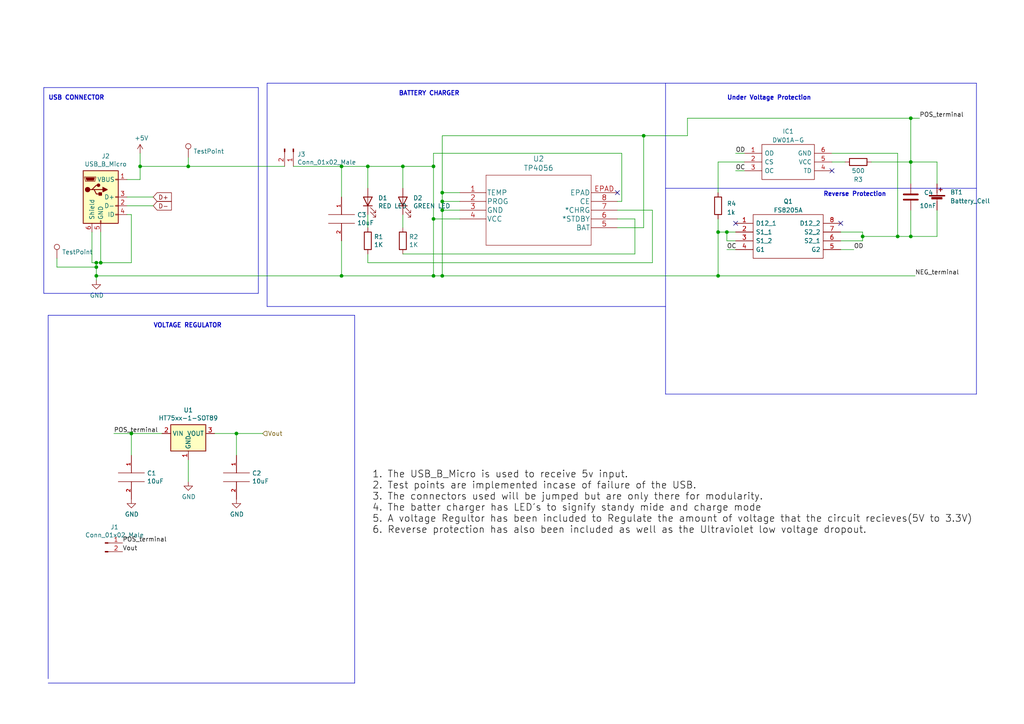
<source format=kicad_sch>
(kicad_sch (version 20230121) (generator eeschema)
  (paper "A4")
  (title_block (title "POWER MANAGEMENT SUBMODULE") (date "2023-03-12") (company "UNIVERSITY OF CAPETOWN") (comment 1 "LETSOLO LEOMA"))
  (lib_symbols
    (symbol "Connector:TestPoint" (pin_numbers hide) (pin_names (offset 0.762) hide)
      (property "Reference" "TP" (at 0 6.858 0))
      (property "Value" "TestPoint" (at 0 5.08 0))
      (symbol "TestPoint_0_1"
        (circle (center 0 3.302) (radius 0.762))
      )
      (symbol "TestPoint_1_1"
        (pin passive line (at 0 0 90) (length 2.54) (name "1") (number "1"))
      )
    )
    (symbol "Connector:USB_B_Micro" (pin_names (offset 1.016))
      (property "Reference" "J" (at -5.08 11.43 0))
      (property "Value" "USB_B_Micro" (at -5.08 8.89 0))
      (symbol "USB_B_Micro_0_1"
        (rectangle (start -5.08 -7.62) (end 5.08 7.62) (stroke (width 0.254)) (fill (type background)))
        (circle (center -3.81 2.159) (radius 0.635) (stroke (width 0.254)) (fill (type outline)))
        (circle (center -0.635 3.429) (radius 0.381) (stroke (width 0.254)) (fill (type outline)))
        (rectangle (start -0.127 -7.62) (end 0.127 -6.858))
        (polyline (pts (xy -1.905 2.159) (xy 0.635 2.159)) (stroke (width 0.254)))
        (polyline (pts (xy -3.175 2.159) (xy -2.54 2.159) (xy -1.27 3.429) (xy -0.635 3.429)) (stroke (width 0.254)))
        (polyline (pts (xy -2.54 2.159) (xy -1.905 2.159) (xy -1.27 0.889) (xy 0 0.889)) (stroke (width 0.254)))
        (polyline (pts (xy 0.635 2.794) (xy 0.635 1.524) (xy 1.905 2.159) (xy 0.635 2.794)) (stroke (width 0.254)) (fill (type outline)))
        (polyline (pts (xy -4.318 5.588) (xy -1.778 5.588) (xy -2.032 4.826) (xy -4.064 4.826) (xy -4.318 5.588)) (fill (type outline)))
        (polyline (pts (xy -4.699 5.842) (xy -4.699 5.588) (xy -4.445 4.826) (xy -4.445 4.572) (xy -1.651 4.572) (xy -1.651 4.826) (xy -1.397 5.588) (xy -1.397 5.842) (xy -4.699 5.842)))
        (rectangle (start 0.254 1.27) (end -0.508 0.508) (stroke (width 0.254)) (fill (type outline)))
        (rectangle (start 5.08 -5.207) (end 4.318 -4.953))
        (rectangle (start 5.08 -2.667) (end 4.318 -2.413))
        (rectangle (start 5.08 -0.127) (end 4.318 0.127))
        (rectangle (start 5.08 4.953) (end 4.318 5.207))
      )
      (symbol "USB_B_Micro_1_1"
        (pin power_out line (at 7.62 5.08 180) (length 2.54) (name "VBUS") (number "1"))
        (pin bidirectional line (at 7.62 -2.54 180) (length 2.54) (name "D-") (number "2"))
        (pin bidirectional line (at 7.62 0 180) (length 2.54) (name "D+") (number "3"))
        (pin passive line (at 7.62 -5.08 180) (length 2.54) (name "ID") (number "4"))
        (pin power_out line (at 0 -10.16 90) (length 2.54) (name "GND") (number "5"))
        (pin passive line (at -2.54 -10.16 90) (length 2.54) (name "Shield") (number "6"))
      )
    )
    (symbol "DW01A-G:DW01A-G" (pin_names (offset 0.762))
      (property "Reference" "IC" (at 21.59 7.62 0))
      (property "Value" "DW01A-G" (at 21.59 5.08 0))
      (symbol "DW01A-G_0_0"
        (pin passive line (at 0 0 0) (length 5.08) (name "OD") (number "1"))
        (pin passive line (at 0 -2.54 0) (length 5.08) (name "CS") (number "2"))
        (pin passive line (at 0 -5.08 0) (length 5.08) (name "OC") (number "3"))
        (pin passive line (at 25.4 -5.08 180) (length 5.08) (name "TD") (number "4"))
        (pin passive line (at 25.4 -2.54 180) (length 5.08) (name "VCC") (number "5"))
        (pin passive line (at 25.4 0 180) (length 5.08) (name "GND") (number "6"))
      )
      (symbol "DW01A-G_0_1"
        (polyline (pts (xy 5.08 2.54) (xy 20.32 2.54) (xy 20.32 -7.62) (xy 5.08 -7.62) (xy 5.08 2.54)) (stroke (width 0.1524)))
      )
    )
    (symbol "Device:Battery_Cell" (pin_numbers hide) (pin_names (offset 0) hide)
      (property "Reference" "BT" (at 2.54 2.54 0))
      (property "Value" "Battery_Cell" (at 2.54 0 0))
      (symbol "Battery_Cell_0_1"
        (rectangle (start -2.286 1.778) (end 2.286 1.524) (fill (type outline)))
        (rectangle (start -1.5748 1.1938) (end 1.4732 0.6858) (fill (type outline)))
        (polyline (pts (xy 0 0.762) (xy 0 0)))
        (polyline (pts (xy 0 1.778) (xy 0 2.54)))
        (polyline (pts (xy 0.508 3.429) (xy 1.524 3.429)) (stroke (width 0.254)))
        (polyline (pts (xy 1.016 3.937) (xy 1.016 2.921)) (stroke (width 0.254)))
      )
      (symbol "Battery_Cell_1_1"
        (pin passive line (at 0 5.08 270) (length 2.54) (name "+") (number "1"))
        (pin passive line (at 0 -2.54 90) (length 2.54) (name "-") (number "2"))
      )
    )
    (symbol "Device:C" (pin_numbers hide) (pin_names (offset 0.254))
      (property "Reference" "C" (at 0.635 2.54 0))
      (property "Value" "C" (at 0.635 -2.54 0))
      (symbol "C_0_1"
        (polyline (pts (xy -2.032 -0.762) (xy 2.032 -0.762)) (stroke (width 0.508)))
        (polyline (pts (xy -2.032 0.762) (xy 2.032 0.762)) (stroke (width 0.508)))
      )
      (symbol "C_1_1"
        (pin passive line (at 0 3.81 270) (length 2.794) (name "~") (number "1"))
        (pin passive line (at 0 -3.81 90) (length 2.794) (name "~") (number "2"))
      )
    )
    (symbol "Device:LED" (pin_numbers hide) (pin_names (offset 1.016) hide)
      (property "Reference" "D" (at 0 2.54 0))
      (property "Value" "LED" (at 0 -2.54 0))
      (symbol "LED_0_1"
        (polyline (pts (xy -1.27 -1.27) (xy -1.27 1.27)) (stroke (width 0.254)))
        (polyline (pts (xy -1.27 0) (xy 1.27 0)))
        (polyline (pts (xy 1.27 -1.27) (xy 1.27 1.27) (xy -1.27 0) (xy 1.27 -1.27)) (stroke (width 0.254)))
        (polyline (pts (xy -3.048 -0.762) (xy -4.572 -2.286) (xy -3.81 -2.286) (xy -4.572 -2.286) (xy -4.572 -1.524)))
        (polyline (pts (xy -1.778 -0.762) (xy -3.302 -2.286) (xy -2.54 -2.286) (xy -3.302 -2.286) (xy -3.302 -1.524)))
      )
      (symbol "LED_1_1"
        (pin passive line (at -3.81 0 0) (length 2.54) (name "K") (number "1"))
        (pin passive line (at 3.81 0 180) (length 2.54) (name "A") (number "2"))
      )
    )
    (symbol "Device:R" (pin_numbers hide) (pin_names (offset 0))
      (property "Reference" "R" (at 2.032 0 90))
      (property "Value" "R" (at 0 0 90))
      (symbol "R_0_1"
        (rectangle (start -1.016 -2.54) (end 1.016 2.54) (stroke (width 0.254)))
      )
      (symbol "R_1_1"
        (pin passive line (at 0 3.81 270) (length 1.27) (name "~") (number "1"))
        (pin passive line (at 0 -3.81 90) (length 1.27) (name "~") (number "2"))
      )
    )
    (symbol "FS8205A:FS8205A" (pin_names (offset 0.762))
      (property "Reference" "Q" (at 26.67 7.62 0))
      (property "Value" "FS8205A" (at 26.67 5.08 0))
      (symbol "FS8205A_0_0"
        (pin passive line (at 0 0 0) (length 5.08) (name "D12_1") (number "1"))
        (pin passive line (at 0 -2.54 0) (length 5.08) (name "S1_1") (number "2"))
        (pin passive line (at 0 -5.08 0) (length 5.08) (name "S1_2") (number "3"))
        (pin passive line (at 0 -7.62 0) (length 5.08) (name "G1") (number "4"))
        (pin passive line (at 30.48 -7.62 180) (length 5.08) (name "G2") (number "5"))
        (pin passive line (at 30.48 -5.08 180) (length 5.08) (name "S2_1") (number "6"))
        (pin passive line (at 30.48 -2.54 180) (length 5.08) (name "S2_2") (number "7"))
        (pin passive line (at 30.48 0 180) (length 5.08) (name "D12_2") (number "8"))
      )
      (symbol "FS8205A_0_1"
        (polyline (pts (xy 5.08 2.54) (xy 25.4 2.54) (xy 25.4 -10.16) (xy 5.08 -10.16) (xy 5.08 2.54)) (stroke (width 0.1524)))
      )
    )
    (symbol "Regulator_Linear:HT75xx-1-SOT89"
      (property "Reference" "U" (at -5.08 -3.81 0))
      (property "Value" "HT75xx-1-SOT89" (at 0 6.35 0))
      (symbol "HT75xx-1-SOT89_0_1"
        (rectangle (start -5.08 5.08) (end 5.08 -2.54) (stroke (width 0.254)) (fill (type background)))
      )
      (symbol "HT75xx-1-SOT89_1_1"
        (pin power_in line (at 0 -5.08 90) (length 2.54) (name "GND") (number "1"))
        (pin power_in line (at -7.62 2.54 0) (length 2.54) (name "VIN") (number "2"))
        (pin power_out line (at 7.62 2.54 180) (length 2.54) (name "VOUT") (number "3"))
      )
    )
    (symbol "SCHEMATICS-rescue:C-pspice" (pin_names (offset 0.254))
      (property "Reference" "C" (at 2.54 3.81 90))
      (property "Value" "pspice_C" (at 2.54 -3.81 90))
      (symbol "C-pspice_0_1"
        (polyline (pts (xy -3.81 -1.27) (xy 3.81 -1.27)))
        (polyline (pts (xy -3.81 1.27) (xy 3.81 1.27)))
      )
      (symbol "C-pspice_1_1"
        (pin passive line (at 0 6.35 270) (length 5.08) (name "~") (number "1"))
        (pin passive line (at 0 -6.35 90) (length 5.08) (name "~") (number "2"))
      )
    )
    (symbol "SCHEMATICS-rescue:Conn_01x02_Male-Connector" (pin_names (offset 1.016) hide)
      (property "Reference" "J" (at 0 2.54 0))
      (property "Value" "Connector_Conn_01x02_Male" (at 0 -5.08 0))
      (symbol "Conn_01x02_Male-Connector_1_1"
        (polyline (pts (xy 1.27 -2.54) (xy 0.8636 -2.54)) (stroke (width 0.1524)))
        (polyline (pts (xy 1.27 0) (xy 0.8636 0)) (stroke (width 0.1524)))
        (rectangle (start 0.8636 -2.413) (end 0 -2.667) (stroke (width 0.1524)) (fill (type outline)))
        (rectangle (start 0.8636 0.127) (end 0 -0.127) (stroke (width 0.1524)) (fill (type outline)))
        (pin passive line (at 5.08 0 180) (length 3.81) (name "Pin_1") (number "1"))
        (pin passive line (at 5.08 -2.54 180) (length 3.81) (name "Pin_2") (number "2"))
      )
    )
    (symbol "SCHEMATICS-rescue:TP4056-2023-03-05_22-06-30" (pin_names (offset 0.254))
      (property "Reference" "U" (at 22.86 10.16 0))
      (property "Value" "TP4056-2023-03-05_22-06-30" (at 22.86 7.62 0))
      (symbol "TP4056-2023-03-05_22-06-30_1_1"
        (polyline (pts (xy 7.62 -15.24) (xy 38.1 -15.24)) (stroke (width 0.127)))
        (polyline (pts (xy 7.62 5.08) (xy 7.62 -15.24)) (stroke (width 0.127)))
        (polyline (pts (xy 38.1 -15.24) (xy 38.1 5.08)) (stroke (width 0.127)))
        (polyline (pts (xy 38.1 5.08) (xy 7.62 5.08)) (stroke (width 0.127)))
        (pin input line (at 0 0 0) (length 7.62) (name "TEMP") (number "1"))
        (pin unspecified line (at 0 -2.54 0) (length 7.62) (name "PROG") (number "2"))
        (pin power_in line (at 0 -5.08 0) (length 7.62) (name "GND") (number "3"))
        (pin power_in line (at 0 -7.62 0) (length 7.62) (name "VCC") (number "4"))
        (pin power_in line (at 45.72 -10.16 180) (length 7.62) (name "BAT") (number "5"))
        (pin unspecified line (at 45.72 -7.62 180) (length 7.62) (name "*STDBY") (number "6"))
        (pin unspecified line (at 45.72 -5.08 180) (length 7.62) (name "*CHRG") (number "7"))
        (pin input line (at 45.72 -2.54 180) (length 7.62) (name "CE") (number "8"))
        (pin unspecified line (at 45.72 0 180) (length 7.62) (name "EPAD") (number "EPAD"))
      )
    )
    (symbol "power:+5V" (power) (pin_names (offset 0))
      (property "Value" "+5V" (at 0 3.556 0))
      (symbol "+5V_0_1"
        (polyline (pts (xy -0.762 1.27) (xy 0 2.54)))
        (polyline (pts (xy 0 0) (xy 0 2.54)))
        (polyline (pts (xy 0 2.54) (xy 0.762 1.27)))
      )
      (symbol "+5V_1_1"
        (pin power_in line (at 0 0 90) (length 0) hide (name "+5V") (number "1"))
      )
    )
    (symbol "power:GND" (power) (pin_names (offset 0))
      (property "Value" "GND" (at 0 -3.81 0))
      (symbol "GND_0_1"
        (polyline (pts (xy 0 0) (xy 0 -1.27) (xy 1.27 -1.27) (xy 0 -2.54) (xy -1.27 -1.27) (xy 0 -1.27)))
      )
      (symbol "GND_1_1"
        (pin power_in line (at 0 0 270) (length 0) hide (name "GND") (number "1"))
      )
    )
  )
  (junction (at 27.94 77.47))
  (junction (at 99.06 80.01))
  (junction (at 186.69 39.37))
  (junction (at 27.94 80.01))
  (junction (at 128.27 58.42))
  (junction (at 29.21 76.2))
  (junction (at 208.28 67.31))
  (junction (at 68.58 125.73))
  (junction (at 40.64 48.26))
  (junction (at 260.35 68.58))
  (junction (at 106.68 48.26))
  (junction (at 125.73 48.26))
  (junction (at 210.82 67.31))
  (junction (at 208.28 80.01))
  (junction (at 128.27 80.01))
  (junction (at 99.06 48.26))
  (junction (at 125.73 63.5))
  (junction (at 264.16 34.29))
  (junction (at 116.84 48.26))
  (junction (at 264.16 46.99))
  (junction (at 250.19 68.58))
  (junction (at 54.61 48.26))
  (junction (at 27.94 76.2))
  (junction (at 128.27 60.96))
  (junction (at 125.73 80.01))
  (junction (at 128.27 55.88))
  (junction (at 38.1 125.73))
  (junction (at 264.16 68.58))
  (no_connect (at 213.36 64.77))
  (no_connect (at 243.84 64.77))
  (no_connect (at 241.3 49.53))
  (no_connect (at 179.07 55.88))
  (wire (pts (xy 38.1 62.23) (xy 38.1 76.2)))
  (wire (pts (xy 36.83 57.15) (xy 44.45 57.15)))
  (wire (pts (xy 264.16 34.29) (xy 266.7 34.29)))
  (wire (pts (xy 26.67 67.31) (xy 26.67 76.2)))
  (wire (pts (xy 210.82 69.85) (xy 210.82 67.31)))
  (wire (pts (xy 243.84 69.85) (xy 250.19 69.85)))
  (wire (pts (xy 243.84 67.31) (xy 250.19 67.31)))
  (wire (pts (xy 250.19 68.58) (xy 260.35 68.58)))
  (wire (pts (xy 54.61 48.26) (xy 54.61 45.72)))
  (wire (pts (xy 241.3 46.99) (xy 245.11 46.99)))
  (wire (pts (xy 186.69 39.37) (xy 199.39 39.37)))
  (polyline (pts (xy 102.87 198.12) (xy 13.97 198.12)))
  (wire (pts (xy 36.83 59.69) (xy 44.45 59.69)))
  (wire (pts (xy 99.06 69.85) (xy 99.06 80.01)))
  (wire (pts (xy 213.36 49.53) (xy 215.9 49.53)))
  (wire (pts (xy 133.35 58.42) (xy 128.27 58.42)))
  (wire (pts (xy 208.28 46.99) (xy 208.28 55.88)))
  (wire (pts (xy 250.19 67.31) (xy 250.19 68.58)))
  (wire (pts (xy 199.39 39.37) (xy 199.39 34.29)))
  (wire (pts (xy 106.68 54.61) (xy 106.68 48.26)))
  (wire (pts (xy 99.06 80.01) (xy 125.73 80.01)))
  (polyline (pts (xy 283.21 114.3) (xy 283.21 24.13)))
  (wire (pts (xy 27.94 81.28) (xy 27.94 80.01)))
  (wire (pts (xy 85.09 48.26) (xy 99.06 48.26)))
  (wire (pts (xy 106.68 48.26) (xy 116.84 48.26)))
  (wire (pts (xy 271.78 46.99) (xy 271.78 53.34)))
  (wire (pts (xy 208.28 67.31) (xy 210.82 67.31)))
  (polyline (pts (xy 77.47 88.9) (xy 193.04 88.9)))
  (wire (pts (xy 116.84 66.04) (xy 116.84 62.23)))
  (wire (pts (xy 208.28 63.5) (xy 208.28 67.31)))
  (wire (pts (xy 125.73 80.01) (xy 128.27 80.01)))
  (wire (pts (xy 116.84 73.66) (xy 184.15 73.66)))
  (wire (pts (xy 128.27 55.88) (xy 128.27 58.42)))
  (wire (pts (xy 264.16 60.96) (xy 264.16 68.58)))
  (wire (pts (xy 27.94 76.2) (xy 29.21 76.2)))
  (wire (pts (xy 54.61 48.26) (xy 82.55 48.26)))
  (wire (pts (xy 26.67 76.2) (xy 27.94 76.2)))
  (wire (pts (xy 29.21 76.2) (xy 29.21 67.31)))
  (polyline (pts (xy 193.04 24.13) (xy 77.47 24.13)))
  (wire (pts (xy 40.64 44.45) (xy 40.64 48.26)))
  (wire (pts (xy 213.36 67.31) (xy 210.82 67.31)))
  (polyline (pts (xy 193.04 54.61) (xy 283.21 54.61)))
  (wire (pts (xy 260.35 68.58) (xy 260.35 44.45)))
  (wire (pts (xy 27.94 80.01) (xy 99.06 80.01)))
  (wire (pts (xy 106.68 48.26) (xy 99.06 48.26)))
  (polyline (pts (xy 74.93 85.09) (xy 12.7 85.09)))
  (polyline (pts (xy 13.97 91.44) (xy 102.87 91.44)))
  (wire (pts (xy 252.73 46.99) (xy 264.16 46.99)))
  (wire (pts (xy 38.1 125.73) (xy 46.99 125.73)))
  (wire (pts (xy 264.16 34.29) (xy 264.16 46.99)))
  (wire (pts (xy 260.35 44.45) (xy 241.3 44.45)))
  (wire (pts (xy 125.73 48.26) (xy 116.84 48.26)))
  (wire (pts (xy 133.35 60.96) (xy 128.27 60.96)))
  (wire (pts (xy 40.64 48.26) (xy 54.61 48.26)))
  (polyline (pts (xy 193.04 114.3) (xy 283.21 114.3)))
  (polyline (pts (xy 102.87 91.44) (xy 102.87 198.12)))
  (wire (pts (xy 36.83 62.23) (xy 38.1 62.23)))
  (wire (pts (xy 38.1 76.2) (xy 29.21 76.2)))
  (wire (pts (xy 250.19 68.58) (xy 250.19 69.85)))
  (wire (pts (xy 189.23 60.96) (xy 179.07 60.96)))
  (wire (pts (xy 54.61 133.35) (xy 54.61 139.7)))
  (wire (pts (xy 264.16 46.99) (xy 271.78 46.99)))
  (wire (pts (xy 199.39 34.29) (xy 264.16 34.29)))
  (wire (pts (xy 184.15 63.5) (xy 179.07 63.5)))
  (wire (pts (xy 180.34 44.45) (xy 125.73 44.45)))
  (wire (pts (xy 106.68 76.2) (xy 189.23 76.2)))
  (wire (pts (xy 128.27 39.37) (xy 186.69 39.37)))
  (wire (pts (xy 215.9 46.99) (xy 208.28 46.99)))
  (wire (pts (xy 128.27 60.96) (xy 128.27 80.01)))
  (wire (pts (xy 38.1 125.73) (xy 38.1 132.08)))
  (wire (pts (xy 27.94 77.47) (xy 16.51 77.47)))
  (wire (pts (xy 213.36 69.85) (xy 210.82 69.85)))
  (wire (pts (xy 186.69 66.04) (xy 186.69 39.37)))
  (wire (pts (xy 68.58 125.73) (xy 62.23 125.73)))
  (polyline (pts (xy 77.47 24.13) (xy 77.47 88.9)))
  (wire (pts (xy 125.73 48.26) (xy 125.73 63.5)))
  (polyline (pts (xy 74.93 25.4) (xy 12.7 25.4)))
  (polyline (pts (xy 13.97 196.85) (xy 13.97 91.44)))
  (wire (pts (xy 271.78 60.96) (xy 271.78 68.58)))
  (wire (pts (xy 179.07 58.42) (xy 180.34 58.42)))
  (wire (pts (xy 128.27 55.88) (xy 128.27 39.37)))
  (wire (pts (xy 40.64 48.26) (xy 40.64 52.07)))
  (polyline (pts (xy 12.7 25.4) (xy 12.7 85.09)))
  (wire (pts (xy 180.34 58.42) (xy 180.34 44.45)))
  (wire (pts (xy 264.16 46.99) (xy 264.16 53.34)))
  (wire (pts (xy 106.68 66.04) (xy 106.68 62.23)))
  (wire (pts (xy 128.27 80.01) (xy 208.28 80.01)))
  (wire (pts (xy 16.51 77.47) (xy 16.51 74.93)))
  (wire (pts (xy 116.84 48.26) (xy 116.84 54.61)))
  (wire (pts (xy 125.73 63.5) (xy 125.73 80.01)))
  (polyline (pts (xy 283.21 24.13) (xy 193.04 24.13)))
  (wire (pts (xy 179.07 66.04) (xy 186.69 66.04)))
  (wire (pts (xy 68.58 125.73) (xy 68.58 132.08)))
  (wire (pts (xy 133.35 55.88) (xy 128.27 55.88)))
  (wire (pts (xy 106.68 73.66) (xy 106.68 76.2)))
  (wire (pts (xy 189.23 76.2) (xy 189.23 60.96)))
  (wire (pts (xy 243.84 72.39) (xy 247.65 72.39)))
  (wire (pts (xy 208.28 80.01) (xy 265.43 80.01)))
  (polyline (pts (xy 193.04 114.3) (xy 193.04 24.13)))
  (wire (pts (xy 99.06 48.26) (xy 99.06 57.15)))
  (wire (pts (xy 210.82 72.39) (xy 213.36 72.39)))
  (wire (pts (xy 125.73 44.45) (xy 125.73 48.26)))
  (wire (pts (xy 33.02 125.73) (xy 38.1 125.73)))
  (wire (pts (xy 128.27 58.42) (xy 128.27 60.96)))
  (wire (pts (xy 27.94 77.47) (xy 27.94 80.01)))
  (wire (pts (xy 68.58 125.73) (xy 76.2 125.73)))
  (wire (pts (xy 208.28 67.31) (xy 208.28 80.01)))
  (wire (pts (xy 133.35 63.5) (xy 125.73 63.5)))
  (wire (pts (xy 260.35 68.58) (xy 264.16 68.58)))
  (wire (pts (xy 213.36 44.45) (xy 215.9 44.45)))
  (wire (pts (xy 36.83 52.07) (xy 40.64 52.07)))
  (wire (pts (xy 184.15 73.66) (xy 184.15 63.5)))
  (polyline (pts (xy 74.93 25.4) (xy 74.93 85.09)))
  (wire (pts (xy 264.16 68.58) (xy 271.78 68.58)))
  (wire (pts (xy 27.94 76.2) (xy 27.94 77.47)))
  (text "USB CONNECTOR\n" (at 13.97 29.21 0) (effects (font (size 1.27 1.27) (thickness 0.254) bold) (justify left bottom)))
  (text "Reverse Protection\n" (at 238.76 57.15 0) (effects (font (size 1.27 1.27) (thickness 0.254) bold) (justify left bottom)))
  (text "BATTERY CHARGER\n" (at 133.35 27.94 0) (effects (font (size 1.27 1.27) (thickness 0.254) bold) (justify right bottom)))
  (text "VOLTAGE REGULATOR\n" (at 44.45 95.25 0) (effects (font (size 1.27 1.27) (thickness 0.254) bold) (justify left bottom)))
  (text "Under Voltage Protection" (at 210.82 29.21 0) (effects (font (size 1.27 1.27) (thickness 0.254) bold) (justify left bottom)))
  (text "1. The USB_B_Micro is used to receive 5v input.\n2. Test points are implemented incase of failure of the USB.\n3. The connectors used will be jumped but are only there for modularity.\n4. The batter charger has LED's to signify standy mide and charge mode\n5. A voltage Regultor has been included to Regulate the amount of voltage that the circuit recieves(5V to 3.3V)\n6. Reverse protection has also been included as well as the Ultraviolet low voltage dropout.\n" (at 107.95 154.94 0) (effects (font (size 2 2)) (justify left bottom)))
  (label "OC" (at 210.82 72.39 0))
  (label "OD" (at 213.36 44.45 0))
  (label "POS_terminal" (at 266.7 34.29 0))
  (label "Vout" (at 35.56 160.02 0))
  (label "POS_terminal" (at 35.56 157.48 0))
  (label "OC" (at 213.36 49.53 0))
  (label "NEG_terminal" (at 265.43 80.01 0))
  (label "OD" (at 247.65 72.39 0))
  (label "POS_terminal" (at 33.02 125.73 0))
  (global_label "D+" (shape input) (at 44.45 57.15 0) (property "Intersheetrefs" "${INTERSHEET_REFS}" (effects hide)))
  (global_label "D-" (shape input) (at 44.45 59.69 0) (property "Intersheetrefs" "${INTERSHEET_REFS}" (effects hide)))
  (hierarchical_label "Vout" (shape input) (at 76.2 125.73 0))
  (symbol (lib_id "Regulator_Linear:HT75xx-1-SOT89") (at 54.61 128.27 0) (unit 1)
    (property "Reference" "U1" (at 54.61 118.9482 0))
    (property "Value" "HT75xx-1-SOT89" (at 54.61 121.2596 0))
    (property "Footprint" "Package_TO_SOT_SMD:SOT-89-3" (effects hide))
    (property "Datasheet" "https://www.holtek.com/documents/10179/116711/HT75xx-1v250.pdf" (effects hide))
  )
  (symbol (lib_id "power:GND") (at 54.61 139.7 0) (unit 1)
    (property "Reference" "#PWR02" (effects hide))
    (property "Value" "GND" (at 54.737 144.0942 0))
  )
  (symbol (lib_id "SCHEMATICS-rescue:Conn_01x02_Male-Connector") (at 30.48 157.48 0) (unit 1)
    (property "Reference" "J1" (at 33.2232 152.8826 0))
    (property "Value" "Conn_01x02_Male" (at 33.2232 155.194 0))
  )
  (symbol (lib_id "SCHEMATICS-rescue:C-pspice") (at 38.1 138.43 0) (unit 1)
    (property "Reference" "C1" (at 42.6212 137.2616 0) (effects (justify left)))
    (property "Value" "10uF" (at 42.6212 139.573 0) (effects (justify left)))
  )
  (symbol (lib_id "power:GND") (at 38.1 144.78 0) (unit 1)
    (property "Reference" "#PWR01" (effects hide))
    (property "Value" "GND" (at 38.227 149.1742 0))
  )
  (symbol (lib_id "SCHEMATICS-rescue:C-pspice") (at 68.58 138.43 0) (unit 1)
    (property "Reference" "C2" (at 73.1012 137.2616 0) (effects (justify left)))
    (property "Value" "10uF" (at 73.1012 139.573 0) (effects (justify left)))
  )
  (symbol (lib_id "power:GND") (at 68.58 144.78 0) (unit 1)
    (property "Reference" "#PWR03" (effects hide))
    (property "Value" "GND" (at 68.707 149.1742 0))
  )
  (symbol (lib_id "Connector:USB_B_Micro") (at 29.21 57.15 0) (unit 1)
    (property "Reference" "J2" (at 30.6578 45.2882 0))
    (property "Value" "USB_B_Micro" (at 30.6578 47.5996 0))
  )
  (symbol (lib_id "power:+5V") (at 40.64 44.45 0) (unit 1)
    (property "Reference" "#PWR06" (effects hide))
    (property "Value" "+5V" (at 41.021 40.0558 0))
  )
  (symbol (lib_id "power:GND") (at 27.94 81.28 0) (unit 1)
    (property "Reference" "#PWR05" (effects hide))
    (property "Value" "GND" (at 28.067 85.6742 0))
  )
  (symbol (lib_id "Connector:TestPoint") (at 54.61 45.72 0) (unit 1)
    (property "Reference" "TP1" (effects hide))
    (property "Value" "TestPoint" (at 56.0832 43.8912 0) (effects (justify left)))
  )
  (symbol (lib_id "Connector:TestPoint") (at 16.51 74.93 0) (unit 1)
    (property "Reference" "TP2" (effects hide))
    (property "Value" "TestPoint" (at 17.9832 73.1012 0) (effects (justify left)))
  )
  (symbol (lib_id "SCHEMATICS-rescue:Conn_01x02_Male-Connector") (at 85.09 43.18 270) (unit 1)
    (property "Reference" "J3" (at 86.2076 44.7548 90) (effects (justify left)))
    (property "Value" "Conn_01x02_Male" (at 86.2076 47.0662 90) (effects (justify left)))
  )
  (symbol (lib_id "SCHEMATICS-rescue:TP4056-2023-03-05_22-06-30") (at 133.35 55.88 0) (unit 1)
    (property "Reference" "U2" (at 156.21 46.0502 0) (effects (font (size 1.524 1.524))))
    (property "Value" "TP4056" (at 156.21 48.7426 0) (effects (font (size 1.524 1.524))))
    (property "Footprint" "SOP8-PP_TPW" (effects hide))
  )
  (symbol (lib_id "Device:LED") (at 106.68 58.42 90) (unit 1)
    (property "Reference" "D1" (at 109.6772 57.4294 90) (effects (justify right)))
    (property "Value" "RED LED" (at 109.6772 59.7408 90) (effects (justify right)))
  )
  (symbol (lib_id "Device:LED") (at 116.84 58.42 90) (unit 1)
    (property "Reference" "D2" (at 119.8372 57.4294 90) (effects (justify right)))
    (property "Value" "GREEN LED" (at 119.8372 59.7408 90) (effects (justify right)))
  )
  (symbol (lib_id "Device:R") (at 106.68 69.85 0) (unit 1)
    (property "Reference" "R1" (at 108.458 68.6816 0) (effects (justify left)))
    (property "Value" "1K" (at 108.458 70.993 0) (effects (justify left)))
  )
  (symbol (lib_id "Device:R") (at 116.84 69.85 0) (unit 1)
    (property "Reference" "R2" (at 118.618 68.6816 0) (effects (justify left)))
    (property "Value" "1K" (at 118.618 70.993 0) (effects (justify left)))
  )
  (symbol (lib_id "SCHEMATICS-rescue:C-pspice") (at 99.06 63.5 0) (unit 1)
    (property "Reference" "C3" (at 103.5812 62.3316 0) (effects (justify left)))
    (property "Value" "10uF" (at 103.5812 64.643 0) (effects (justify left)))
  )
  (symbol (lib_id "DW01A-G:DW01A-G") (at 215.9 44.45 0) (unit 1)
    (property "Reference" "IC1" (at 228.6 38.1 0))
    (property "Value" "DW01A-G" (at 228.6 40.64 0))
    (property "Footprint" "SOT95P280X135-6N" (effects hide))
    (property "Datasheet" "http://acoptex.com/uploads/DW01A.pdf" (effects hide))
    (property "Description" "One Cell Lithium-ion/Polymer Battery Protection IC" (effects hide))
    (property "Height" "1.35" (effects hide))
    (property "Manufacturer_Name" "Fortune Semiconductor Corporation" (effects hide))
    (property "Manufacturer_Part_Number" "DW01A-G" (effects hide))
  )
  (symbol (lib_id "FS8205A:FS8205A") (at 213.36 64.77 0) (unit 1)
    (property "Reference" "Q1" (at 228.6 58.42 0))
    (property "Value" "FS8205A" (at 228.6 60.96 0))
    (property "Footprint" "SOP65P640X120-8N" (effects hide))
    (property "Datasheet" "http://www.ic-fortune.com/upload/Download/FS8205A-DS-12_EN.pdf" (effects hide))
    (property "Description" "Dual N-Channel Enahncement Mode Power MOSFET" (effects hide))
    (property "Height" "1.2" (effects hide))
    (property "Manufacturer_Name" "Fortune Semiconductor Corporation" (effects hide))
    (property "Manufacturer_Part_Number" "FS8205A" (effects hide))
  )
  (symbol (lib_id "Device:R") (at 248.92 46.99 270) (unit 1)
    (property "Reference" "R3" (at 248.92 52.07 90))
    (property "Value" "500" (at 248.92 49.53 90))
  )
  (symbol (lib_id "Device:R") (at 208.28 59.69 0) (unit 1)
    (property "Reference" "R4" (at 210.82 59.055 0) (effects (justify left)))
    (property "Value" "1k" (at 210.82 61.595 0) (effects (justify left)))
  )
  (symbol (lib_id "Device:C") (at 264.16 57.15 0) (unit 1)
    (property "Reference" "C4" (at 267.97 55.88 0) (effects (justify left)))
    (property "Value" "10nF" (at 266.7 59.69 0) (effects (justify left)))
  )
  (symbol (lib_id "Device:Battery_Cell") (at 271.78 58.42 0) (unit 1)
    (property "Reference" "BT1" (at 275.59 55.753 0) (effects (justify left)))
    (property "Value" "Battery_Cell" (at 275.59 58.293 0) (effects (justify left)))
  )
)
</source>
